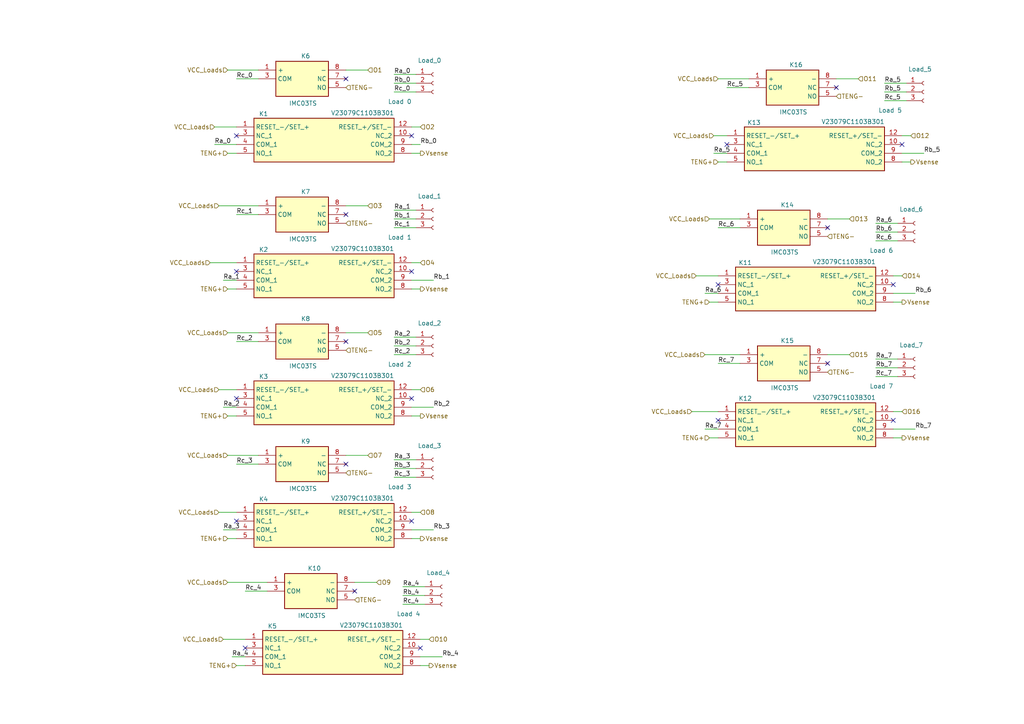
<source format=kicad_sch>
(kicad_sch (version 20231120) (generator "eeschema") (generator_version "8.0")
  (paper "A4")
  (lib_symbols
    (symbol "Connector:Conn_01x03_Socket" (pin_names (offset 1.016) hide)
      (property "Reference" "J" (at 0 5.08 0))
      (property "Value" "Conn_01x03_Socket" (at 0 -5.08 0))
      (symbol "Conn_01x03_Socket_1_1"
        (arc (start 0 -2.032) (mid -0.5058 -2.54) (end 0 -3.048) (stroke (width 0.1524)))
        (polyline (pts (xy -1.27 -2.54) (xy -0.508 -2.54)) (stroke (width 0.1524)))
        (polyline (pts (xy -1.27 0) (xy -0.508 0)) (stroke (width 0.1524)))
        (polyline (pts (xy -1.27 2.54) (xy -0.508 2.54)) (stroke (width 0.1524)))
        (arc (start 0 0.508) (mid -0.5058 0) (end 0 -0.508) (stroke (width 0.1524)))
        (arc (start 0 3.048) (mid -0.5058 2.54) (end 0 2.032) (stroke (width 0.1524)))
        (pin passive line (at -5.08 2.54 0) (length 3.81) (name "Pin_1") (number "1"))
        (pin passive line (at -5.08 0 0) (length 3.81) (name "Pin_2") (number "2"))
        (pin passive line (at -5.08 -2.54 0) (length 3.81) (name "Pin_3") (number "3"))
      )
    )
    (symbol "SamacSys_Parts:IMC03TS"
      (property "Reference" "K" (at 21.59 7.62 0))
      (property "Value" "IMC03TS" (at 21.59 5.08 0))
      (symbol "IMC03TS_1_1"
        (rectangle (start 5.08 2.54) (end 20.32 -7.62) (stroke (width 0.254)) (fill (type background)))
        (pin passive line (at 0 0 0) (length 5.08) (name "+") (number "1"))
        (pin passive line (at 0 -2.54 0) (length 5.08) (name "COM") (number "3"))
        (pin passive line (at 25.4 -5.08 180) (length 5.08) (name "NO") (number "5"))
        (pin no_connect line (at 25.4 -2.54 180) (length 5.08) (name "NC") (number "7"))
        (pin passive line (at 25.4 0 180) (length 5.08) (name "-") (number "8"))
      )
    )
    (symbol "SamacSys_Parts:V23079C1103B301"
      (property "Reference" "K" (at 46.99 7.62 0))
      (property "Value" "V23079C1103B301" (at 46.99 5.08 0))
      (symbol "V23079C1103B301_1_1"
        (rectangle (start 5.08 2.54) (end 45.72 -10.16) (stroke (width 0.254)) (fill (type background)))
        (pin passive line (at 0 0 0) (length 5.08) (name "RESET_-/SET_+") (number "1"))
        (pin passive line (at 50.8 -2.54 180) (length 5.08) (name "NC_2") (number "10"))
        (pin passive line (at 50.8 0 180) (length 5.08) (name "RESET_+/SET_-") (number "12"))
        (pin passive line (at 0 -2.54 0) (length 5.08) (name "NC_1") (number "3"))
        (pin passive line (at 0 -5.08 0) (length 5.08) (name "COM_1") (number "4"))
        (pin passive line (at 0 -7.62 0) (length 5.08) (name "NO_1") (number "5"))
        (pin passive line (at 50.8 -7.62 180) (length 5.08) (name "NO_2") (number "8"))
        (pin passive line (at 50.8 -5.08 180) (length 5.08) (name "COM_2") (number "9"))
      )
    )
  )
  (no_connect (at 208.28 82.55))
  (no_connect (at 102.87 171.45))
  (no_connect (at 121.92 187.96))
  (no_connect (at 119.38 115.57))
  (no_connect (at 68.58 78.74))
  (no_connect (at 242.57 25.4))
  (no_connect (at 119.38 151.13))
  (no_connect (at 100.33 134.62))
  (no_connect (at 68.58 39.37))
  (no_connect (at 100.33 22.86))
  (no_connect (at 259.08 82.55))
  (no_connect (at 71.12 187.96))
  (no_connect (at 259.08 121.92))
  (no_connect (at 208.28 121.92))
  (no_connect (at 100.33 62.23))
  (no_connect (at 240.03 66.04))
  (no_connect (at 68.58 115.57))
  (no_connect (at 210.82 41.91))
  (no_connect (at 240.03 105.41))
  (no_connect (at 119.38 78.74))
  (no_connect (at 261.62 41.91))
  (no_connect (at 68.58 151.13))
  (no_connect (at 100.33 99.06))
  (no_connect (at 119.38 39.37))
  (wire (pts (xy 66.04 44.45) (xy 68.58 44.45)))
  (wire (pts (xy 106.68 59.69) (xy 100.33 59.69)))
  (wire (pts (xy 208.28 105.41) (xy 214.63 105.41)))
  (wire (pts (xy 246.38 102.87) (xy 240.03 102.87)))
  (wire (pts (xy 208.28 22.86) (xy 217.17 22.86)))
  (wire (pts (xy 121.92 76.2) (xy 119.38 76.2)))
  (wire (pts (xy 119.38 81.28) (xy 125.73 81.28)))
  (wire (pts (xy 254 67.31) (xy 260.35 67.31)))
  (wire (pts (xy 114.3 102.87) (xy 120.65 102.87)))
  (wire (pts (xy 254 106.68) (xy 260.35 106.68)))
  (wire (pts (xy 64.77 118.11) (xy 68.58 118.11)))
  (wire (pts (xy 121.92 156.21) (xy 119.38 156.21)))
  (wire (pts (xy 246.38 63.5) (xy 240.03 63.5)))
  (wire (pts (xy 114.3 135.89) (xy 120.65 135.89)))
  (wire (pts (xy 124.46 193.04) (xy 121.92 193.04)))
  (wire (pts (xy 66.04 120.65) (xy 68.58 120.65)))
  (wire (pts (xy 114.3 97.79) (xy 120.65 97.79)))
  (wire (pts (xy 254 109.22) (xy 260.35 109.22)))
  (wire (pts (xy 119.38 118.11) (xy 125.73 118.11)))
  (wire (pts (xy 208.28 46.99) (xy 210.82 46.99)))
  (wire (pts (xy 248.92 22.86) (xy 242.57 22.86)))
  (wire (pts (xy 114.3 100.33) (xy 120.65 100.33)))
  (wire (pts (xy 204.47 85.09) (xy 208.28 85.09)))
  (wire (pts (xy 204.47 102.87) (xy 214.63 102.87)))
  (wire (pts (xy 114.3 60.96) (xy 120.65 60.96)))
  (wire (pts (xy 121.92 120.65) (xy 119.38 120.65)))
  (wire (pts (xy 116.84 175.26) (xy 123.19 175.26)))
  (wire (pts (xy 261.62 80.01) (xy 259.08 80.01)))
  (wire (pts (xy 119.38 153.67) (xy 125.73 153.67)))
  (wire (pts (xy 200.66 119.38) (xy 208.28 119.38)))
  (wire (pts (xy 114.3 26.67) (xy 120.65 26.67)))
  (wire (pts (xy 114.3 138.43) (xy 120.65 138.43)))
  (wire (pts (xy 68.58 193.04) (xy 71.12 193.04)))
  (wire (pts (xy 66.04 20.32) (xy 74.93 20.32)))
  (wire (pts (xy 64.77 185.42) (xy 71.12 185.42)))
  (wire (pts (xy 106.68 20.32) (xy 100.33 20.32)))
  (wire (pts (xy 121.92 83.82) (xy 119.38 83.82)))
  (wire (pts (xy 60.96 76.2) (xy 68.58 76.2)))
  (wire (pts (xy 66.04 96.52) (xy 74.93 96.52)))
  (wire (pts (xy 121.92 148.59) (xy 119.38 148.59)))
  (wire (pts (xy 66.04 168.91) (xy 77.47 168.91)))
  (wire (pts (xy 207.01 44.45) (xy 210.82 44.45)))
  (wire (pts (xy 205.74 127) (xy 208.28 127)))
  (wire (pts (xy 121.92 190.5) (xy 128.27 190.5)))
  (wire (pts (xy 205.74 87.63) (xy 208.28 87.63)))
  (wire (pts (xy 109.22 168.91) (xy 102.87 168.91)))
  (wire (pts (xy 256.54 29.21) (xy 262.89 29.21)))
  (wire (pts (xy 63.5 148.59) (xy 68.58 148.59)))
  (wire (pts (xy 121.92 41.91) (xy 119.38 41.91)))
  (wire (pts (xy 68.58 99.06) (xy 74.93 99.06)))
  (wire (pts (xy 68.58 134.62) (xy 74.93 134.62)))
  (wire (pts (xy 124.46 185.42) (xy 121.92 185.42)))
  (wire (pts (xy 259.08 85.09) (xy 265.43 85.09)))
  (wire (pts (xy 121.92 44.45) (xy 119.38 44.45)))
  (wire (pts (xy 207.01 39.37) (xy 210.82 39.37)))
  (wire (pts (xy 114.3 63.5) (xy 120.65 63.5)))
  (wire (pts (xy 261.62 44.45) (xy 267.97 44.45)))
  (wire (pts (xy 261.62 119.38) (xy 259.08 119.38)))
  (wire (pts (xy 63.5 113.03) (xy 68.58 113.03)))
  (wire (pts (xy 63.5 59.69) (xy 74.93 59.69)))
  (wire (pts (xy 256.54 24.13) (xy 262.89 24.13)))
  (wire (pts (xy 261.62 127) (xy 259.08 127)))
  (wire (pts (xy 66.04 156.21) (xy 68.58 156.21)))
  (wire (pts (xy 264.16 39.37) (xy 261.62 39.37)))
  (wire (pts (xy 67.31 190.5) (xy 71.12 190.5)))
  (wire (pts (xy 116.84 172.72) (xy 123.19 172.72)))
  (wire (pts (xy 121.92 113.03) (xy 119.38 113.03)))
  (wire (pts (xy 254 104.14) (xy 260.35 104.14)))
  (wire (pts (xy 116.84 170.18) (xy 123.19 170.18)))
  (wire (pts (xy 114.3 24.13) (xy 120.65 24.13)))
  (wire (pts (xy 254 64.77) (xy 260.35 64.77)))
  (wire (pts (xy 68.58 62.23) (xy 74.93 62.23)))
  (wire (pts (xy 66.04 83.82) (xy 68.58 83.82)))
  (wire (pts (xy 121.92 36.83) (xy 119.38 36.83)))
  (wire (pts (xy 254 69.85) (xy 260.35 69.85)))
  (wire (pts (xy 259.08 124.46) (xy 265.43 124.46)))
  (wire (pts (xy 204.47 124.46) (xy 208.28 124.46)))
  (wire (pts (xy 114.3 21.59) (xy 120.65 21.59)))
  (wire (pts (xy 64.77 81.28) (xy 68.58 81.28)))
  (wire (pts (xy 62.23 41.91) (xy 68.58 41.91)))
  (wire (pts (xy 205.74 63.5) (xy 214.63 63.5)))
  (wire (pts (xy 106.68 132.08) (xy 100.33 132.08)))
  (wire (pts (xy 256.54 26.67) (xy 262.89 26.67)))
  (wire (pts (xy 106.68 96.52) (xy 100.33 96.52)))
  (wire (pts (xy 261.62 87.63) (xy 259.08 87.63)))
  (wire (pts (xy 66.04 132.08) (xy 74.93 132.08)))
  (wire (pts (xy 71.12 171.45) (xy 77.47 171.45)))
  (wire (pts (xy 68.58 22.86) (xy 74.93 22.86)))
  (wire (pts (xy 201.93 80.01) (xy 208.28 80.01)))
  (wire (pts (xy 64.77 153.67) (xy 68.58 153.67)))
  (wire (pts (xy 264.16 46.99) (xy 261.62 46.99)))
  (wire (pts (xy 114.3 133.35) (xy 120.65 133.35)))
  (wire (pts (xy 210.82 25.4) (xy 217.17 25.4)))
  (wire (pts (xy 114.3 66.04) (xy 120.65 66.04)))
  (wire (pts (xy 68.58 36.83) (xy 62.23 36.83)))
  (wire (pts (xy 208.28 66.04) (xy 214.63 66.04)))
  (label "Ra_4" (at 67.31 190.5 0))
  (label "Rc_3" (at 114.3 138.43 0))
  (label "Rc_7" (at 208.28 105.41 0))
  (label "Ra_1" (at 64.77 81.28 0))
  (label "Ra_1" (at 114.3 60.96 0))
  (label "Ra_7" (at 204.47 124.46 0))
  (label "Rc_2" (at 68.58 99.06 0))
  (label "Rb_3" (at 114.3 135.89 0))
  (label "Rb_2" (at 125.73 118.11 0))
  (label "Rb_1" (at 125.73 81.28 0))
  (label "Ra_6" (at 254 64.77 0))
  (label "Ra_4" (at 116.84 170.18 0))
  (label "Rc_6" (at 254 69.85 0))
  (label "Rc_3" (at 68.58 134.62 0))
  (label "Ra_2" (at 64.77 118.11 0))
  (label "Rb_7" (at 254 106.68 0))
  (label "Rc_4" (at 71.12 171.45 0))
  (label "Rc_0" (at 114.3 26.67 0))
  (label "Rb_6" (at 254 67.31 0))
  (label "Rc_6" (at 208.28 66.04 0))
  (label "Rc_7" (at 254 109.22 0))
  (label "Ra_6" (at 204.47 85.09 0))
  (label "Ra_2" (at 114.3 97.79 0))
  (label "Rb_0" (at 114.3 24.13 0))
  (label "Ra_5" (at 207.01 44.45 0))
  (label "Ra_3" (at 64.77 153.67 0))
  (label "Rb_1" (at 114.3 63.5 0))
  (label "Rb_4" (at 128.27 190.5 0))
  (label "Rc_1" (at 114.3 66.04 0))
  (label "Rc_4" (at 116.84 175.26 0))
  (label "Rb_5" (at 256.54 26.67 0))
  (label "Ra_0" (at 62.23 41.91 0))
  (label "Ra_3" (at 114.3 133.35 0))
  (label "Rb_0" (at 121.92 41.91 0))
  (label "Rb_4" (at 116.84 172.72 0))
  (label "Rb_2" (at 114.3 100.33 0))
  (label "Rb_7" (at 265.43 124.46 0))
  (label "Ra_5" (at 256.54 24.13 0))
  (label "Rc_2" (at 114.3 102.87 0))
  (label "Rb_3" (at 125.73 153.67 0))
  (label "Rc_5" (at 210.82 25.4 0))
  (label "Rc_5" (at 256.54 29.21 0))
  (label "Ra_7" (at 254 104.14 0))
  (label "Rc_0" (at 68.58 22.86 0))
  (label "Rc_1" (at 68.58 62.23 0))
  (label "Rb_6" (at 265.43 85.09 0))
  (label "Ra_0" (at 114.3 21.59 0))
  (label "Rb_5" (at 267.97 44.45 0))
  (hierarchical_label "VCC_Loads" (shape input) (at 66.04 20.32 180))
  (hierarchical_label "VCC_Loads" (shape input) (at 204.47 102.87 180))
  (hierarchical_label "VCC_Loads" (shape input) (at 200.66 119.38 180))
  (hierarchical_label "VCC_Loads" (shape input) (at 62.23 36.83 180))
  (hierarchical_label "O2" (shape input) (at 121.92 36.83 0))
  (hierarchical_label "VCC_Loads" (shape input) (at 63.5 113.03 180))
  (hierarchical_label "TENG+" (shape input) (at 66.04 120.65 180))
  (hierarchical_label "O7" (shape input) (at 106.68 132.08 0))
  (hierarchical_label "O12" (shape input) (at 264.16 39.37 0))
  (hierarchical_label "VCC_Loads" (shape input) (at 208.28 22.86 180))
  (hierarchical_label "O10" (shape input) (at 124.46 185.42 0))
  (hierarchical_label "TENG+" (shape input) (at 66.04 44.45 180))
  (hierarchical_label "TENG-" (shape input) (at 100.33 137.16 0))
  (hierarchical_label "VCC_Loads" (shape input) (at 63.5 59.69 180))
  (hierarchical_label "O4" (shape input) (at 121.92 76.2 0))
  (hierarchical_label "O5" (shape input) (at 106.68 96.52 0))
  (hierarchical_label "VCC_Loads" (shape input) (at 207.01 39.37 180))
  (hierarchical_label "VCC_Loads" (shape input) (at 201.93 80.01 180))
  (hierarchical_label "O3" (shape input) (at 106.68 59.69 0))
  (hierarchical_label "VCC_Loads" (shape input) (at 60.96 76.2 180))
  (hierarchical_label "VCC_Loads" (shape input) (at 66.04 168.91 180))
  (hierarchical_label "VCC_Loads" (shape input) (at 63.5 148.59 180))
  (hierarchical_label "Vsense" (shape output) (at 264.16 46.99 0))
  (hierarchical_label "Vsense" (shape output) (at 121.92 156.21 0))
  (hierarchical_label "VCC_Loads" (shape input) (at 205.74 63.5 180))
  (hierarchical_label "TENG-" (shape input) (at 100.33 64.77 0))
  (hierarchical_label "TENG+" (shape input) (at 66.04 156.21 180))
  (hierarchical_label "TENG-" (shape input) (at 240.03 68.58 0))
  (hierarchical_label "O6" (shape input) (at 121.92 113.03 0))
  (hierarchical_label "O16" (shape input) (at 261.62 119.38 0))
  (hierarchical_label "O9" (shape input) (at 109.22 168.91 0))
  (hierarchical_label "O11" (shape input) (at 248.92 22.86 0))
  (hierarchical_label "TENG-" (shape input) (at 240.03 107.95 0))
  (hierarchical_label "Vsense" (shape output) (at 121.92 44.45 0))
  (hierarchical_label "TENG-" (shape input) (at 100.33 25.4 0))
  (hierarchical_label "VCC_Loads" (shape input) (at 66.04 132.08 180))
  (hierarchical_label "Vsense" (shape output) (at 121.92 120.65 0))
  (hierarchical_label "O15" (shape input) (at 246.38 102.87 0))
  (hierarchical_label "TENG-" (shape input) (at 242.57 27.94 0))
  (hierarchical_label "TENG+" (shape input) (at 66.04 83.82 180))
  (hierarchical_label "O14" (shape input) (at 261.62 80.01 0))
  (hierarchical_label "TENG+" (shape input) (at 205.74 127 180))
  (hierarchical_label "O8" (shape input) (at 121.92 148.59 0))
  (hierarchical_label "Vsense" (shape output) (at 261.62 87.63 0))
  (hierarchical_label "Vsense" (shape output) (at 121.92 83.82 0))
  (hierarchical_label "Vsense" (shape output) (at 261.62 127 0))
  (hierarchical_label "VCC_Loads" (shape input) (at 66.04 96.52 180))
  (hierarchical_label "TENG+" (shape input) (at 68.58 193.04 180))
  (hierarchical_label "TENG+" (shape input) (at 205.74 87.63 180))
  (hierarchical_label "VCC_Loads" (shape input) (at 64.77 185.42 180))
  (hierarchical_label "TENG-" (shape input) (at 100.33 101.6 0))
  (hierarchical_label "O13" (shape input) (at 246.38 63.5 0))
  (hierarchical_label "Vsense" (shape output) (at 124.46 193.04 0))
  (hierarchical_label "TENG+" (shape input) (at 208.28 46.99 180))
  (hierarchical_label "O1" (shape input) (at 106.68 20.32 0))
  (hierarchical_label "TENG-" (shape input) (at 102.87 173.99 0))
  (symbol (lib_id "SamacSys_Parts:V23079C1103B301") (at 68.58 76.2 0) (unit 1)
    (property "Reference" "K2" (at 76.454 72.39 0))
    (property "Value" "V23079C1103B301" (at 105.156 72.136 0))
    (property "Footprint" "SamacSys_Parts:V23079A1001B301" (effects (hide yes)))
    (property "Datasheet" "https://www.te.com/commerce/DocumentDelivery/DDEController?Action=showdoc&DocId=Specification+Or+Standard%7F108-98002%7FZ5%7Fpdf%7FEnglish%7FENG_SS_108-98002_Z5.pdf%7F4-1393788-8" (effects (hide yes)))
    (property "Description" "Relay,signal,PCB,DPDT,2A,12Vdc,latching" (effects (hide yes)))
    (property "Height" "9" (effects (hide yes)))
    (property "Manufacturer_Name" "TE Connectivity" (effects (hide yes)))
    (property "Manufacturer_Part_Number" "V23079C1103B301" (effects (hide yes)))
    (property "Mouser Part Number" "655-V23079C1103B301" (effects (hide yes)))
    (property "Mouser Price/Stock" "https://www.mouser.co.uk/ProductDetail/TE-Connectivity-PB/V23079C1103B301?qs=CNrsY6Bml5mJjfpRR1yORw%3D%3D" (effects (hide yes)))
    (property "Arrow Part Number" "V23079C1103B301" (effects (hide yes)))
    (property "Arrow Price/Stock" "https://www.arrow.com/en/products/v23079c1103b301/te-connectivity?region=nac" (effects (hide yes)))
  )
  (symbol (lib_id "SamacSys_Parts:V23079C1103B301") (at 71.12 185.42 0) (unit 1)
    (property "Reference" "K5" (at 78.994 181.61 0))
    (property "Value" "V23079C1103B301" (at 107.696 181.356 0))
    (property "Footprint" "SamacSys_Parts:V23079A1001B301" (effects (hide yes)))
    (property "Datasheet" "https://www.te.com/commerce/DocumentDelivery/DDEController?Action=showdoc&DocId=Specification+Or+Standard%7F108-98002%7FZ5%7Fpdf%7FEnglish%7FENG_SS_108-98002_Z5.pdf%7F4-1393788-8" (effects (hide yes)))
    (property "Description" "Relay,signal,PCB,DPDT,2A,12Vdc,latching" (effects (hide yes)))
    (property "Height" "9" (effects (hide yes)))
    (property "Manufacturer_Name" "TE Connectivity" (effects (hide yes)))
    (property "Manufacturer_Part_Number" "V23079C1103B301" (effects (hide yes)))
    (property "Mouser Part Number" "655-V23079C1103B301" (effects (hide yes)))
    (property "Mouser Price/Stock" "https://www.mouser.co.uk/ProductDetail/TE-Connectivity-PB/V23079C1103B301?qs=CNrsY6Bml5mJjfpRR1yORw%3D%3D" (effects (hide yes)))
    (property "Arrow Part Number" "V23079C1103B301" (effects (hide yes)))
    (property "Arrow Price/Stock" "https://www.arrow.com/en/products/v23079c1103b301/te-connectivity?region=nac" (effects (hide yes)))
  )
  (symbol (lib_id "SamacSys_Parts:V23079C1103B301") (at 208.28 119.38 0) (unit 1)
    (property "Reference" "K12" (at 216.154 115.57 0))
    (property "Value" "V23079C1103B301" (at 244.856 115.316 0))
    (property "Footprint" "SamacSys_Parts:V23079A1001B301" (effects (hide yes)))
    (property "Datasheet" "https://www.te.com/commerce/DocumentDelivery/DDEController?Action=showdoc&DocId=Specification+Or+Standard%7F108-98002%7FZ5%7Fpdf%7FEnglish%7FENG_SS_108-98002_Z5.pdf%7F4-1393788-8" (effects (hide yes)))
    (property "Description" "Relay,signal,PCB,DPDT,2A,12Vdc,latching" (effects (hide yes)))
    (property "Height" "9" (effects (hide yes)))
    (property "Manufacturer_Name" "TE Connectivity" (effects (hide yes)))
    (property "Manufacturer_Part_Number" "V23079C1103B301" (effects (hide yes)))
    (property "Mouser Part Number" "655-V23079C1103B301" (effects (hide yes)))
    (property "Mouser Price/Stock" "https://www.mouser.co.uk/ProductDetail/TE-Connectivity-PB/V23079C1103B301?qs=CNrsY6Bml5mJjfpRR1yORw%3D%3D" (effects (hide yes)))
    (property "Arrow Part Number" "V23079C1103B301" (effects (hide yes)))
    (property "Arrow Price/Stock" "https://www.arrow.com/en/products/v23079c1103b301/te-connectivity?region=nac" (effects (hide yes)))
  )
  (symbol (lib_id "Connector:Conn_01x03_Socket") (at 265.43 67.31 0) (unit 1)
    (property "Reference" "Load_6" (at 260.858 60.706 0) (effects (justify left)))
    (property "Value" "Load 6" (at 252.222 72.644 0) (effects (justify left)))
    (property "Footprint" "Connector_PinHeader_2.54mm:PinHeader_1x03_P2.54mm_Vertical" (effects (hide yes)))
    (property "Description" "Generic connector, single row, 01x03, script generated" (effects (hide yes)))
  )
  (symbol (lib_id "Connector:Conn_01x03_Socket") (at 125.73 100.33 0) (unit 1)
    (property "Reference" "Load_2" (at 121.158 93.726 0) (effects (justify left)))
    (property "Value" "Load 2" (at 112.522 105.664 0) (effects (justify left)))
    (property "Footprint" "Connector_PinHeader_2.54mm:PinHeader_1x03_P2.54mm_Vertical" (effects (hide yes)))
    (property "Description" "Generic connector, single row, 01x03, script generated" (effects (hide yes)))
  )
  (symbol (lib_id "SamacSys_Parts:IMC03TS") (at 74.93 20.32 0) (unit 1)
    (property "Reference" "K6" (at 88.646 16.256 0))
    (property "Value" "IMC03TS" (at 87.884 29.972 0))
    (property "Footprint" "SamacSys_Parts:IMC03TS" (effects (hide yes)))
    (property "Datasheet" "https://componentsearchengine.com/Datasheets/1/IMC03TS.pdf" (effects (hide yes)))
    (property "Description" "TE CONNECTIVITY - IMC03TS - RELAY, SIGNAL, SPDT, 30VDC, 2A" (effects (hide yes)))
    (property "Height" "5" (effects (hide yes)))
    (property "Manufacturer_Name" "TE Connectivity" (effects (hide yes)))
    (property "Manufacturer_Part_Number" "IMC03TS" (effects (hide yes)))
    (property "Mouser Part Number" "655-IMC03TS" (effects (hide yes)))
    (property "Mouser Price/Stock" "https://www.mouser.co.uk/ProductDetail/TE-Connectivity/IMC03TS?qs=cjQ5B1jJSzR1ZiTl5Tzf3w%3D%3D" (effects (hide yes)))
    (property "Arrow Part Number" "IMC03TS" (effects (hide yes)))
    (property "Arrow Price/Stock" "https://www.arrow.com/en/products/imc03ts/te-connectivity?region=nac" (effects (hide yes)))
  )
  (symbol (lib_id "SamacSys_Parts:V23079C1103B301") (at 68.58 148.59 0) (unit 1)
    (property "Reference" "K4" (at 76.454 144.78 0))
    (property "Value" "V23079C1103B301" (at 105.156 144.526 0))
    (property "Footprint" "SamacSys_Parts:V23079A1001B301" (effects (hide yes)))
    (property "Datasheet" "https://www.te.com/commerce/DocumentDelivery/DDEController?Action=showdoc&DocId=Specification+Or+Standard%7F108-98002%7FZ5%7Fpdf%7FEnglish%7FENG_SS_108-98002_Z5.pdf%7F4-1393788-8" (effects (hide yes)))
    (property "Description" "Relay,signal,PCB,DPDT,2A,12Vdc,latching" (effects (hide yes)))
    (property "Height" "9" (effects (hide yes)))
    (property "Manufacturer_Name" "TE Connectivity" (effects (hide yes)))
    (property "Manufacturer_Part_Number" "V23079C1103B301" (effects (hide yes)))
    (property "Mouser Part Number" "655-V23079C1103B301" (effects (hide yes)))
    (property "Mouser Price/Stock" "https://www.mouser.co.uk/ProductDetail/TE-Connectivity-PB/V23079C1103B301?qs=CNrsY6Bml5mJjfpRR1yORw%3D%3D" (effects (hide yes)))
    (property "Arrow Part Number" "V23079C1103B301" (effects (hide yes)))
    (property "Arrow Price/Stock" "https://www.arrow.com/en/products/v23079c1103b301/te-connectivity?region=nac" (effects (hide yes)))
  )
  (symbol (lib_id "SamacSys_Parts:IMC03TS") (at 74.93 59.69 0) (unit 1)
    (property "Reference" "K7" (at 88.646 55.626 0))
    (property "Value" "IMC03TS" (at 87.884 69.342 0))
    (property "Footprint" "SamacSys_Parts:IMC03TS" (effects (hide yes)))
    (property "Datasheet" "https://componentsearchengine.com/Datasheets/1/IMC03TS.pdf" (effects (hide yes)))
    (property "Description" "TE CONNECTIVITY - IMC03TS - RELAY, SIGNAL, SPDT, 30VDC, 2A" (effects (hide yes)))
    (property "Height" "5" (effects (hide yes)))
    (property "Manufacturer_Name" "TE Connectivity" (effects (hide yes)))
    (property "Manufacturer_Part_Number" "IMC03TS" (effects (hide yes)))
    (property "Mouser Part Number" "655-IMC03TS" (effects (hide yes)))
    (property "Mouser Price/Stock" "https://www.mouser.co.uk/ProductDetail/TE-Connectivity/IMC03TS?qs=cjQ5B1jJSzR1ZiTl5Tzf3w%3D%3D" (effects (hide yes)))
    (property "Arrow Part Number" "IMC03TS" (effects (hide yes)))
    (property "Arrow Price/Stock" "https://www.arrow.com/en/products/imc03ts/te-connectivity?region=nac" (effects (hide yes)))
  )
  (symbol (lib_id "Connector:Conn_01x03_Socket") (at 128.27 172.72 0) (unit 1)
    (property "Reference" "Load_4" (at 123.698 166.116 0) (effects (justify left)))
    (property "Value" "Load 4" (at 115.062 178.054 0) (effects (justify left)))
    (property "Footprint" "Connector_PinHeader_2.54mm:PinHeader_1x03_P2.54mm_Vertical" (effects (hide yes)))
    (property "Description" "Generic connector, single row, 01x03, script generated" (effects (hide yes)))
  )
  (symbol (lib_id "SamacSys_Parts:V23079C1103B301") (at 210.82 39.37 0) (unit 1)
    (property "Reference" "K13" (at 218.694 35.56 0))
    (property "Value" "V23079C1103B301" (at 247.396 35.306 0))
    (property "Footprint" "SamacSys_Parts:V23079A1001B301" (effects (hide yes)))
    (property "Datasheet" "https://www.te.com/commerce/DocumentDelivery/DDEController?Action=showdoc&DocId=Specification+Or+Standard%7F108-98002%7FZ5%7Fpdf%7FEnglish%7FENG_SS_108-98002_Z5.pdf%7F4-1393788-8" (effects (hide yes)))
    (property "Description" "Relay,signal,PCB,DPDT,2A,12Vdc,latching" (effects (hide yes)))
    (property "Height" "9" (effects (hide yes)))
    (property "Manufacturer_Name" "TE Connectivity" (effects (hide yes)))
    (property "Manufacturer_Part_Number" "V23079C1103B301" (effects (hide yes)))
    (property "Mouser Part Number" "655-V23079C1103B301" (effects (hide yes)))
    (property "Mouser Price/Stock" "https://www.mouser.co.uk/ProductDetail/TE-Connectivity-PB/V23079C1103B301?qs=CNrsY6Bml5mJjfpRR1yORw%3D%3D" (effects (hide yes)))
    (property "Arrow Part Number" "V23079C1103B301" (effects (hide yes)))
    (property "Arrow Price/Stock" "https://www.arrow.com/en/products/v23079c1103b301/te-connectivity?region=nac" (effects (hide yes)))
  )
  (symbol (lib_id "SamacSys_Parts:IMC03TS") (at 74.93 96.52 0) (unit 1)
    (property "Reference" "K8" (at 88.646 92.456 0))
    (property "Value" "IMC03TS" (at 87.884 106.172 0))
    (property "Footprint" "SamacSys_Parts:IMC03TS" (effects (hide yes)))
    (property "Datasheet" "https://componentsearchengine.com/Datasheets/1/IMC03TS.pdf" (effects (hide yes)))
    (property "Description" "TE CONNECTIVITY - IMC03TS - RELAY, SIGNAL, SPDT, 30VDC, 2A" (effects (hide yes)))
    (property "Height" "5" (effects (hide yes)))
    (property "Manufacturer_Name" "TE Connectivity" (effects (hide yes)))
    (property "Manufacturer_Part_Number" "IMC03TS" (effects (hide yes)))
    (property "Mouser Part Number" "655-IMC03TS" (effects (hide yes)))
    (property "Mouser Price/Stock" "https://www.mouser.co.uk/ProductDetail/TE-Connectivity/IMC03TS?qs=cjQ5B1jJSzR1ZiTl5Tzf3w%3D%3D" (effects (hide yes)))
    (property "Arrow Part Number" "IMC03TS" (effects (hide yes)))
    (property "Arrow Price/Stock" "https://www.arrow.com/en/products/imc03ts/te-connectivity?region=nac" (effects (hide yes)))
  )
  (symbol (lib_id "SamacSys_Parts:V23079C1103B301") (at 208.28 80.01 0) (unit 1)
    (property "Reference" "K11" (at 216.154 76.2 0))
    (property "Value" "V23079C1103B301" (at 244.856 75.946 0))
    (property "Footprint" "SamacSys_Parts:V23079A1001B301" (effects (hide yes)))
    (property "Datasheet" "https://www.te.com/commerce/DocumentDelivery/DDEController?Action=showdoc&DocId=Specification+Or+Standard%7F108-98002%7FZ5%7Fpdf%7FEnglish%7FENG_SS_108-98002_Z5.pdf%7F4-1393788-8" (effects (hide yes)))
    (property "Description" "Relay,signal,PCB,DPDT,2A,12Vdc,latching" (effects (hide yes)))
    (property "Height" "9" (effects (hide yes)))
    (property "Manufacturer_Name" "TE Connectivity" (effects (hide yes)))
    (property "Manufacturer_Part_Number" "V23079C1103B301" (effects (hide yes)))
    (property "Mouser Part Number" "655-V23079C1103B301" (effects (hide yes)))
    (property "Mouser Price/Stock" "https://www.mouser.co.uk/ProductDetail/TE-Connectivity-PB/V23079C1103B301?qs=CNrsY6Bml5mJjfpRR1yORw%3D%3D" (effects (hide yes)))
    (property "Arrow Part Number" "V23079C1103B301" (effects (hide yes)))
    (property "Arrow Price/Stock" "https://www.arrow.com/en/products/v23079c1103b301/te-connectivity?region=nac" (effects (hide yes)))
  )
  (symbol (lib_id "Connector:Conn_01x03_Socket") (at 265.43 106.68 0) (unit 1)
    (property "Reference" "Load_7" (at 260.858 100.076 0) (effects (justify left)))
    (property "Value" "Load 7" (at 252.222 112.014 0) (effects (justify left)))
    (property "Footprint" "Connector_PinHeader_2.54mm:PinHeader_1x03_P2.54mm_Vertical" (effects (hide yes)))
    (property "Description" "Generic connector, single row, 01x03, script generated" (effects (hide yes)))
  )
  (symbol (lib_id "SamacSys_Parts:V23079C1103B301") (at 68.58 113.03 0) (unit 1)
    (property "Reference" "K3" (at 76.454 109.22 0))
    (property "Value" "V23079C1103B301" (at 105.156 108.966 0))
    (property "Footprint" "SamacSys_Parts:V23079A1001B301" (effects (hide yes)))
    (property "Datasheet" "https://www.te.com/commerce/DocumentDelivery/DDEController?Action=showdoc&DocId=Specification+Or+Standard%7F108-98002%7FZ5%7Fpdf%7FEnglish%7FENG_SS_108-98002_Z5.pdf%7F4-1393788-8" (effects (hide yes)))
    (property "Description" "Relay,signal,PCB,DPDT,2A,12Vdc,latching" (effects (hide yes)))
    (property "Height" "9" (effects (hide yes)))
    (property "Manufacturer_Name" "TE Connectivity" (effects (hide yes)))
    (property "Manufacturer_Part_Number" "V23079C1103B301" (effects (hide yes)))
    (property "Mouser Part Number" "655-V23079C1103B301" (effects (hide yes)))
    (property "Mouser Price/Stock" "https://www.mouser.co.uk/ProductDetail/TE-Connectivity-PB/V23079C1103B301?qs=CNrsY6Bml5mJjfpRR1yORw%3D%3D" (effects (hide yes)))
    (property "Arrow Part Number" "V23079C1103B301" (effects (hide yes)))
    (property "Arrow Price/Stock" "https://www.arrow.com/en/products/v23079c1103b301/te-connectivity?region=nac" (effects (hide yes)))
  )
  (symbol (lib_id "SamacSys_Parts:IMC03TS") (at 74.93 132.08 0) (unit 1)
    (property "Reference" "K9" (at 88.646 128.016 0))
    (property "Value" "IMC03TS" (at 87.884 141.732 0))
    (property "Footprint" "SamacSys_Parts:IMC03TS" (effects (hide yes)))
    (property "Datasheet" "https://componentsearchengine.com/Datasheets/1/IMC03TS.pdf" (effects (hide yes)))
    (property "Description" "TE CONNECTIVITY - IMC03TS - RELAY, SIGNAL, SPDT, 30VDC, 2A" (effects (hide yes)))
    (property "Height" "5" (effects (hide yes)))
    (property "Manufacturer_Name" "TE Connectivity" (effects (hide yes)))
    (property "Manufacturer_Part_Number" "IMC03TS" (effects (hide yes)))
    (property "Mouser Part Number" "655-IMC03TS" (effects (hide yes)))
    (property "Mouser Price/Stock" "https://www.mouser.co.uk/ProductDetail/TE-Connectivity/IMC03TS?qs=cjQ5B1jJSzR1ZiTl5Tzf3w%3D%3D" (effects (hide yes)))
    (property "Arrow Part Number" "IMC03TS" (effects (hide yes)))
    (property "Arrow Price/Stock" "https://www.arrow.com/en/products/imc03ts/te-connectivity?region=nac" (effects (hide yes)))
  )
  (symbol (lib_id "SamacSys_Parts:IMC03TS") (at 217.17 22.86 0) (unit 1)
    (property "Reference" "K16" (at 230.886 18.796 0))
    (property "Value" "IMC03TS" (at 230.124 32.512 0))
    (property "Footprint" "SamacSys_Parts:IMC03TS" (effects (hide yes)))
    (property "Datasheet" "https://componentsearchengine.com/Datasheets/1/IMC03TS.pdf" (effects (hide yes)))
    (property "Description" "TE CONNECTIVITY - IMC03TS - RELAY, SIGNAL, SPDT, 30VDC, 2A" (effects (hide yes)))
    (property "Height" "5" (effects (hide yes)))
    (property "Manufacturer_Name" "TE Connectivity" (effects (hide yes)))
    (property "Manufacturer_Part_Number" "IMC03TS" (effects (hide yes)))
    (property "Mouser Part Number" "655-IMC03TS" (effects (hide yes)))
    (property "Mouser Price/Stock" "https://www.mouser.co.uk/ProductDetail/TE-Connectivity/IMC03TS?qs=cjQ5B1jJSzR1ZiTl5Tzf3w%3D%3D" (effects (hide yes)))
    (property "Arrow Part Number" "IMC03TS" (effects (hide yes)))
    (property "Arrow Price/Stock" "https://www.arrow.com/en/products/imc03ts/te-connectivity?region=nac" (effects (hide yes)))
  )
  (symbol (lib_id "SamacSys_Parts:IMC03TS") (at 77.47 168.91 0) (unit 1)
    (property "Reference" "K10" (at 91.186 164.846 0))
    (property "Value" "IMC03TS" (at 90.424 178.562 0))
    (property "Footprint" "SamacSys_Parts:IMC03TS" (effects (hide yes)))
    (property "Datasheet" "https://componentsearchengine.com/Datasheets/1/IMC03TS.pdf" (effects (hide yes)))
    (property "Description" "TE CONNECTIVITY - IMC03TS - RELAY, SIGNAL, SPDT, 30VDC, 2A" (effects (hide yes)))
    (property "Height" "5" (effects (hide yes)))
    (property "Manufacturer_Name" "TE Connectivity" (effects (hide yes)))
    (property "Manufacturer_Part_Number" "IMC03TS" (effects (hide yes)))
    (property "Mouser Part Number" "655-IMC03TS" (effects (hide yes)))
    (property "Mouser Price/Stock" "https://www.mouser.co.uk/ProductDetail/TE-Connectivity/IMC03TS?qs=cjQ5B1jJSzR1ZiTl5Tzf3w%3D%3D" (effects (hide yes)))
    (property "Arrow Part Number" "IMC03TS" (effects (hide yes)))
    (property "Arrow Price/Stock" "https://www.arrow.com/en/products/imc03ts/te-connectivity?region=nac" (effects (hide yes)))
  )
  (symbol (lib_id "Connector:Conn_01x03_Socket") (at 267.97 26.67 0) (unit 1)
    (property "Reference" "Load_5" (at 263.398 20.066 0) (effects (justify left)))
    (property "Value" "Load 5" (at 254.762 32.004 0) (effects (justify left)))
    (property "Footprint" "Connector_PinHeader_2.54mm:PinHeader_1x03_P2.54mm_Vertical" (effects (hide yes)))
    (property "Description" "Generic connector, single row, 01x03, script generated" (effects (hide yes)))
  )
  (symbol (lib_id "SamacSys_Parts:IMC03TS") (at 214.63 63.5 0) (unit 1)
    (property "Reference" "K14" (at 228.346 59.436 0))
    (property "Value" "IMC03TS" (at 227.584 73.152 0))
    (property "Footprint" "SamacSys_Parts:IMC03TS" (effects (hide yes)))
    (property "Datasheet" "https://componentsearchengine.com/Datasheets/1/IMC03TS.pdf" (effects (hide yes)))
    (property "Description" "TE CONNECTIVITY - IMC03TS - RELAY, SIGNAL, SPDT, 30VDC, 2A" (effects (hide yes)))
    (property "Height" "5" (effects (hide yes)))
    (property "Manufacturer_Name" "TE Connectivity" (effects (hide yes)))
    (property "Manufacturer_Part_Number" "IMC03TS" (effects (hide yes)))
    (property "Mouser Part Number" "655-IMC03TS" (effects (hide yes)))
    (property "Mouser Price/Stock" "https://www.mouser.co.uk/ProductDetail/TE-Connectivity/IMC03TS?qs=cjQ5B1jJSzR1ZiTl5Tzf3w%3D%3D" (effects (hide yes)))
    (property "Arrow Part Number" "IMC03TS" (effects (hide yes)))
    (property "Arrow Price/Stock" "https://www.arrow.com/en/products/imc03ts/te-connectivity?region=nac" (effects (hide yes)))
  )
  (symbol (lib_id "SamacSys_Parts:IMC03TS") (at 214.63 102.87 0) (unit 1)
    (property "Reference" "K15" (at 228.346 98.806 0))
    (property "Value" "IMC03TS" (at 227.584 112.522 0))
    (property "Footprint" "SamacSys_Parts:IMC03TS" (effects (hide yes)))
    (property "Datasheet" "https://componentsearchengine.com/Datasheets/1/IMC03TS.pdf" (effects (hide yes)))
    (property "Description" "TE CONNECTIVITY - IMC03TS - RELAY, SIGNAL, SPDT, 30VDC, 2A" (effects (hide yes)))
    (property "Height" "5" (effects (hide yes)))
    (property "Manufacturer_Name" "TE Connectivity" (effects (hide yes)))
    (property "Manufacturer_Part_Number" "IMC03TS" (effects (hide yes)))
    (property "Mouser Part Number" "655-IMC03TS" (effects (hide yes)))
    (property "Mouser Price/Stock" "https://www.mouser.co.uk/ProductDetail/TE-Connectivity/IMC03TS?qs=cjQ5B1jJSzR1ZiTl5Tzf3w%3D%3D" (effects (hide yes)))
    (property "Arrow Part Number" "IMC03TS" (effects (hide yes)))
    (property "Arrow Price/Stock" "https://www.arrow.com/en/products/imc03ts/te-connectivity?region=nac" (effects (hide yes)))
  )
  (symbol (lib_id "Connector:Conn_01x03_Socket") (at 125.73 24.13 0) (unit 1)
    (property "Reference" "Load_0" (at 121.158 17.526 0) (effects (justify left)))
    (property "Value" "Load 0" (at 112.522 29.464 0) (effects (justify left)))
    (property "Footprint" "Connector_PinHeader_2.54mm:PinHeader_1x03_P2.54mm_Vertical" (effects (hide yes)))
    (property "Description" "Generic connector, single row, 01x03, script generated" (effects (hide yes)))
  )
  (symbol (lib_id "SamacSys_Parts:V23079C1103B301") (at 68.58 36.83 0) (unit 1)
    (property "Reference" "K1" (at 76.454 33.02 0))
    (property "Value" "V23079C1103B301" (at 105.156 32.766 0))
    (property "Footprint" "SamacSys_Parts:V23079A1001B301" (effects (hide yes)))
    (property "Datasheet" "https://www.te.com/commerce/DocumentDelivery/DDEController?Action=showdoc&DocId=Specification+Or+Standard%7F108-98002%7FZ5%7Fpdf%7FEnglish%7FENG_SS_108-98002_Z5.pdf%7F4-1393788-8" (effects (hide yes)))
    (property "Description" "Relay,signal,PCB,DPDT,2A,12Vdc,latching" (effects (hide yes)))
    (property "Height" "9" (effects (hide yes)))
    (property "Manufacturer_Name" "TE Connectivity" (effects (hide yes)))
    (property "Manufacturer_Part_Number" "V23079C1103B301" (effects (hide yes)))
    (property "Mouser Part Number" "655-V23079C1103B301" (effects (hide yes)))
    (property "Mouser Price/Stock" "https://www.mouser.co.uk/ProductDetail/TE-Connectivity-PB/V23079C1103B301?qs=CNrsY6Bml5mJjfpRR1yORw%3D%3D" (effects (hide yes)))
    (property "Arrow Part Number" "V23079C1103B301" (effects (hide yes)))
    (property "Arrow Price/Stock" "https://www.arrow.com/en/products/v23079c1103b301/te-connectivity?region=nac" (effects (hide yes)))
  )
  (symbol (lib_id "Connector:Conn_01x03_Socket") (at 125.73 135.89 0) (unit 1)
    (property "Reference" "Load_3" (at 121.158 129.286 0) (effects (justify left)))
    (property "Value" "Load 3" (at 112.522 141.224 0) (effects (justify left)))
    (property "Footprint" "Connector_PinHeader_2.54mm:PinHeader_1x03_P2.54mm_Vertical" (effects (hide yes)))
    (property "Description" "Generic connector, single row, 01x03, script generated" (effects (hide yes)))
  )
  (symbol (lib_id "Connector:Conn_01x03_Socket") (at 125.73 63.5 0) (unit 1)
    (property "Reference" "Load_1" (at 121.158 56.896 0) (effects (justify left)))
    (property "Value" "Load 1" (at 112.522 68.834 0) (effects (justify left)))
    (property "Footprint" "Connector_PinHeader_2.54mm:PinHeader_1x03_P2.54mm_Vertical" (effects (hide yes)))
    (property "Description" "Generic connector, single row, 01x03, script generated" (effects (hide yes)))
  )
)
</source>
